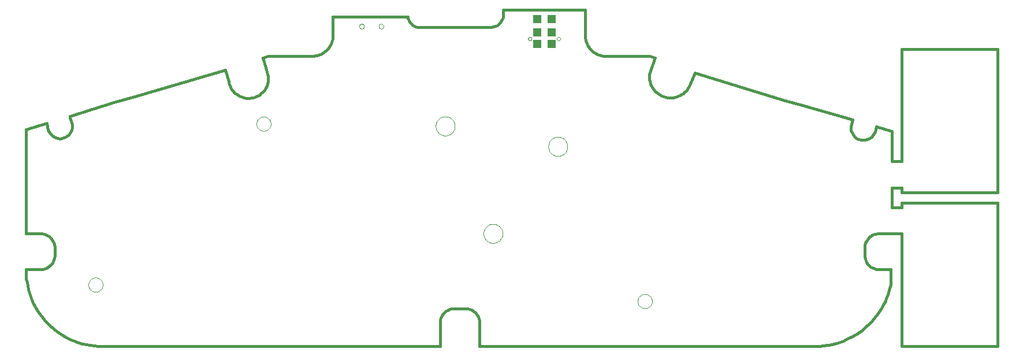
<source format=gbp>
G75*
G70*
%OFA0B0*%
%FSLAX24Y24*%
%IPPOS*%
%LPD*%
%AMOC8*
5,1,8,0,0,1.08239X$1,22.5*
%
%ADD10C,0.0000*%
%ADD11C,0.0160*%
%ADD12R,0.0472X0.0472*%
D10*
X004901Y004920D02*
X004903Y004960D01*
X004909Y005001D01*
X004919Y005040D01*
X004932Y005078D01*
X004950Y005115D01*
X004971Y005149D01*
X004995Y005182D01*
X005022Y005212D01*
X005052Y005239D01*
X005085Y005263D01*
X005119Y005284D01*
X005156Y005302D01*
X005194Y005315D01*
X005233Y005325D01*
X005274Y005331D01*
X005314Y005333D01*
X005354Y005331D01*
X005395Y005325D01*
X005434Y005315D01*
X005472Y005302D01*
X005509Y005284D01*
X005543Y005263D01*
X005576Y005239D01*
X005606Y005212D01*
X005633Y005182D01*
X005657Y005149D01*
X005678Y005115D01*
X005696Y005078D01*
X005709Y005040D01*
X005719Y005001D01*
X005725Y004960D01*
X005727Y004920D01*
X005725Y004880D01*
X005719Y004839D01*
X005709Y004800D01*
X005696Y004762D01*
X005678Y004725D01*
X005657Y004691D01*
X005633Y004658D01*
X005606Y004628D01*
X005576Y004601D01*
X005543Y004577D01*
X005509Y004556D01*
X005472Y004538D01*
X005434Y004525D01*
X005395Y004515D01*
X005354Y004509D01*
X005314Y004507D01*
X005274Y004509D01*
X005233Y004515D01*
X005194Y004525D01*
X005156Y004538D01*
X005119Y004556D01*
X005085Y004577D01*
X005052Y004601D01*
X005022Y004628D01*
X004995Y004658D01*
X004971Y004691D01*
X004950Y004725D01*
X004932Y004762D01*
X004919Y004800D01*
X004909Y004839D01*
X004903Y004880D01*
X004901Y004920D01*
X024940Y014074D02*
X024942Y014121D01*
X024948Y014167D01*
X024958Y014213D01*
X024971Y014258D01*
X024989Y014301D01*
X025010Y014343D01*
X025034Y014383D01*
X025062Y014420D01*
X025093Y014455D01*
X025127Y014488D01*
X025163Y014517D01*
X025202Y014543D01*
X025243Y014566D01*
X025286Y014585D01*
X025330Y014601D01*
X025375Y014613D01*
X025421Y014621D01*
X025468Y014625D01*
X025514Y014625D01*
X025561Y014621D01*
X025607Y014613D01*
X025652Y014601D01*
X025696Y014585D01*
X025739Y014566D01*
X025780Y014543D01*
X025819Y014517D01*
X025855Y014488D01*
X025889Y014455D01*
X025920Y014420D01*
X025948Y014383D01*
X025972Y014343D01*
X025993Y014301D01*
X026011Y014258D01*
X026024Y014213D01*
X026034Y014167D01*
X026040Y014121D01*
X026042Y014074D01*
X026040Y014027D01*
X026034Y013981D01*
X026024Y013935D01*
X026011Y013890D01*
X025993Y013847D01*
X025972Y013805D01*
X025948Y013765D01*
X025920Y013728D01*
X025889Y013693D01*
X025855Y013660D01*
X025819Y013631D01*
X025780Y013605D01*
X025739Y013582D01*
X025696Y013563D01*
X025652Y013547D01*
X025607Y013535D01*
X025561Y013527D01*
X025514Y013523D01*
X025468Y013523D01*
X025421Y013527D01*
X025375Y013535D01*
X025330Y013547D01*
X025286Y013563D01*
X025243Y013582D01*
X025202Y013605D01*
X025163Y013631D01*
X025127Y013660D01*
X025093Y013693D01*
X025062Y013728D01*
X025034Y013765D01*
X025010Y013805D01*
X024989Y013847D01*
X024971Y013890D01*
X024958Y013935D01*
X024948Y013981D01*
X024942Y014027D01*
X024940Y014074D01*
X031436Y012893D02*
X031438Y012940D01*
X031444Y012986D01*
X031454Y013032D01*
X031467Y013077D01*
X031485Y013120D01*
X031506Y013162D01*
X031530Y013202D01*
X031558Y013239D01*
X031589Y013274D01*
X031623Y013307D01*
X031659Y013336D01*
X031698Y013362D01*
X031739Y013385D01*
X031782Y013404D01*
X031826Y013420D01*
X031871Y013432D01*
X031917Y013440D01*
X031964Y013444D01*
X032010Y013444D01*
X032057Y013440D01*
X032103Y013432D01*
X032148Y013420D01*
X032192Y013404D01*
X032235Y013385D01*
X032276Y013362D01*
X032315Y013336D01*
X032351Y013307D01*
X032385Y013274D01*
X032416Y013239D01*
X032444Y013202D01*
X032468Y013162D01*
X032489Y013120D01*
X032507Y013077D01*
X032520Y013032D01*
X032530Y012986D01*
X032536Y012940D01*
X032538Y012893D01*
X032536Y012846D01*
X032530Y012800D01*
X032520Y012754D01*
X032507Y012709D01*
X032489Y012666D01*
X032468Y012624D01*
X032444Y012584D01*
X032416Y012547D01*
X032385Y012512D01*
X032351Y012479D01*
X032315Y012450D01*
X032276Y012424D01*
X032235Y012401D01*
X032192Y012382D01*
X032148Y012366D01*
X032103Y012354D01*
X032057Y012346D01*
X032010Y012342D01*
X031964Y012342D01*
X031917Y012346D01*
X031871Y012354D01*
X031826Y012366D01*
X031782Y012382D01*
X031739Y012401D01*
X031698Y012424D01*
X031659Y012450D01*
X031623Y012479D01*
X031589Y012512D01*
X031558Y012547D01*
X031530Y012584D01*
X031506Y012624D01*
X031485Y012666D01*
X031467Y012709D01*
X031454Y012754D01*
X031444Y012800D01*
X031438Y012846D01*
X031436Y012893D01*
X027696Y007873D02*
X027698Y007920D01*
X027704Y007966D01*
X027714Y008012D01*
X027727Y008057D01*
X027745Y008100D01*
X027766Y008142D01*
X027790Y008182D01*
X027818Y008219D01*
X027849Y008254D01*
X027883Y008287D01*
X027919Y008316D01*
X027958Y008342D01*
X027999Y008365D01*
X028042Y008384D01*
X028086Y008400D01*
X028131Y008412D01*
X028177Y008420D01*
X028224Y008424D01*
X028270Y008424D01*
X028317Y008420D01*
X028363Y008412D01*
X028408Y008400D01*
X028452Y008384D01*
X028495Y008365D01*
X028536Y008342D01*
X028575Y008316D01*
X028611Y008287D01*
X028645Y008254D01*
X028676Y008219D01*
X028704Y008182D01*
X028728Y008142D01*
X028749Y008100D01*
X028767Y008057D01*
X028780Y008012D01*
X028790Y007966D01*
X028796Y007920D01*
X028798Y007873D01*
X028796Y007826D01*
X028790Y007780D01*
X028780Y007734D01*
X028767Y007689D01*
X028749Y007646D01*
X028728Y007604D01*
X028704Y007564D01*
X028676Y007527D01*
X028645Y007492D01*
X028611Y007459D01*
X028575Y007430D01*
X028536Y007404D01*
X028495Y007381D01*
X028452Y007362D01*
X028408Y007346D01*
X028363Y007334D01*
X028317Y007326D01*
X028270Y007322D01*
X028224Y007322D01*
X028177Y007326D01*
X028131Y007334D01*
X028086Y007346D01*
X028042Y007362D01*
X027999Y007381D01*
X027958Y007404D01*
X027919Y007430D01*
X027883Y007459D01*
X027849Y007492D01*
X027818Y007527D01*
X027790Y007564D01*
X027766Y007604D01*
X027745Y007646D01*
X027727Y007689D01*
X027714Y007734D01*
X027704Y007780D01*
X027698Y007826D01*
X027696Y007873D01*
X036594Y003975D02*
X036596Y004015D01*
X036602Y004056D01*
X036612Y004095D01*
X036625Y004133D01*
X036643Y004170D01*
X036664Y004204D01*
X036688Y004237D01*
X036715Y004267D01*
X036745Y004294D01*
X036778Y004318D01*
X036812Y004339D01*
X036849Y004357D01*
X036887Y004370D01*
X036926Y004380D01*
X036967Y004386D01*
X037007Y004388D01*
X037047Y004386D01*
X037088Y004380D01*
X037127Y004370D01*
X037165Y004357D01*
X037202Y004339D01*
X037236Y004318D01*
X037269Y004294D01*
X037299Y004267D01*
X037326Y004237D01*
X037350Y004204D01*
X037371Y004170D01*
X037389Y004133D01*
X037402Y004095D01*
X037412Y004056D01*
X037418Y004015D01*
X037420Y003975D01*
X037418Y003935D01*
X037412Y003894D01*
X037402Y003855D01*
X037389Y003817D01*
X037371Y003780D01*
X037350Y003746D01*
X037326Y003713D01*
X037299Y003683D01*
X037269Y003656D01*
X037236Y003632D01*
X037202Y003611D01*
X037165Y003593D01*
X037127Y003580D01*
X037088Y003570D01*
X037047Y003564D01*
X037007Y003562D01*
X036967Y003564D01*
X036926Y003570D01*
X036887Y003580D01*
X036849Y003593D01*
X036812Y003611D01*
X036778Y003632D01*
X036745Y003656D01*
X036715Y003683D01*
X036688Y003713D01*
X036664Y003746D01*
X036643Y003780D01*
X036625Y003817D01*
X036612Y003855D01*
X036602Y003894D01*
X036596Y003935D01*
X036594Y003975D01*
X014596Y014201D02*
X014598Y014241D01*
X014604Y014282D01*
X014614Y014321D01*
X014627Y014359D01*
X014645Y014396D01*
X014666Y014430D01*
X014690Y014463D01*
X014717Y014493D01*
X014747Y014520D01*
X014780Y014544D01*
X014814Y014565D01*
X014851Y014583D01*
X014889Y014596D01*
X014928Y014606D01*
X014969Y014612D01*
X015009Y014614D01*
X015049Y014612D01*
X015090Y014606D01*
X015129Y014596D01*
X015167Y014583D01*
X015204Y014565D01*
X015238Y014544D01*
X015271Y014520D01*
X015301Y014493D01*
X015328Y014463D01*
X015352Y014430D01*
X015373Y014396D01*
X015391Y014359D01*
X015404Y014321D01*
X015414Y014282D01*
X015420Y014241D01*
X015422Y014201D01*
X015420Y014161D01*
X015414Y014120D01*
X015404Y014081D01*
X015391Y014043D01*
X015373Y014006D01*
X015352Y013972D01*
X015328Y013939D01*
X015301Y013909D01*
X015271Y013882D01*
X015238Y013858D01*
X015204Y013837D01*
X015167Y013819D01*
X015129Y013806D01*
X015090Y013796D01*
X015049Y013790D01*
X015009Y013788D01*
X014969Y013790D01*
X014928Y013796D01*
X014889Y013806D01*
X014851Y013819D01*
X014814Y013837D01*
X014780Y013858D01*
X014747Y013882D01*
X014717Y013909D01*
X014690Y013939D01*
X014666Y013972D01*
X014645Y014006D01*
X014627Y014043D01*
X014614Y014081D01*
X014604Y014120D01*
X014598Y014161D01*
X014596Y014201D01*
X020530Y019826D02*
X020532Y019849D01*
X020538Y019872D01*
X020548Y019893D01*
X020561Y019913D01*
X020577Y019930D01*
X020596Y019944D01*
X020617Y019954D01*
X020639Y019961D01*
X020662Y019964D01*
X020686Y019963D01*
X020708Y019958D01*
X020730Y019949D01*
X020750Y019937D01*
X020768Y019921D01*
X020782Y019903D01*
X020794Y019883D01*
X020802Y019861D01*
X020806Y019838D01*
X020806Y019814D01*
X020802Y019791D01*
X020794Y019769D01*
X020782Y019749D01*
X020768Y019731D01*
X020750Y019715D01*
X020730Y019703D01*
X020708Y019694D01*
X020686Y019689D01*
X020662Y019688D01*
X020639Y019691D01*
X020617Y019698D01*
X020596Y019708D01*
X020577Y019722D01*
X020561Y019739D01*
X020548Y019759D01*
X020538Y019780D01*
X020532Y019803D01*
X020530Y019826D01*
X021652Y019826D02*
X021654Y019849D01*
X021660Y019872D01*
X021670Y019893D01*
X021683Y019913D01*
X021699Y019930D01*
X021718Y019944D01*
X021739Y019954D01*
X021761Y019961D01*
X021784Y019964D01*
X021808Y019963D01*
X021830Y019958D01*
X021852Y019949D01*
X021872Y019937D01*
X021890Y019921D01*
X021904Y019903D01*
X021916Y019883D01*
X021924Y019861D01*
X021928Y019838D01*
X021928Y019814D01*
X021924Y019791D01*
X021916Y019769D01*
X021904Y019749D01*
X021890Y019731D01*
X021872Y019715D01*
X021852Y019703D01*
X021830Y019694D01*
X021808Y019689D01*
X021784Y019688D01*
X021761Y019691D01*
X021739Y019698D01*
X021718Y019708D01*
X021699Y019722D01*
X021683Y019739D01*
X021670Y019759D01*
X021660Y019780D01*
X021654Y019803D01*
X021652Y019826D01*
X030275Y019109D02*
X030277Y019128D01*
X030282Y019147D01*
X030292Y019163D01*
X030304Y019178D01*
X030319Y019190D01*
X030335Y019200D01*
X030354Y019205D01*
X030373Y019207D01*
X030392Y019205D01*
X030411Y019200D01*
X030427Y019190D01*
X030442Y019178D01*
X030454Y019163D01*
X030464Y019147D01*
X030469Y019128D01*
X030471Y019109D01*
X030469Y019090D01*
X030464Y019071D01*
X030454Y019055D01*
X030442Y019040D01*
X030427Y019028D01*
X030411Y019018D01*
X030392Y019013D01*
X030373Y019011D01*
X030354Y019013D01*
X030335Y019018D01*
X030319Y019028D01*
X030304Y019040D01*
X030292Y019055D01*
X030282Y019071D01*
X030277Y019090D01*
X030275Y019109D01*
X031929Y019109D02*
X031931Y019128D01*
X031936Y019147D01*
X031946Y019163D01*
X031958Y019178D01*
X031973Y019190D01*
X031989Y019200D01*
X032008Y019205D01*
X032027Y019207D01*
X032046Y019205D01*
X032065Y019200D01*
X032081Y019190D01*
X032096Y019178D01*
X032108Y019163D01*
X032118Y019147D01*
X032123Y019128D01*
X032125Y019109D01*
X032123Y019090D01*
X032118Y019071D01*
X032108Y019055D01*
X032096Y019040D01*
X032081Y019028D01*
X032065Y019018D01*
X032046Y019013D01*
X032027Y019011D01*
X032008Y019013D01*
X031989Y019018D01*
X031973Y019028D01*
X031958Y019040D01*
X031946Y019055D01*
X031936Y019071D01*
X031931Y019090D01*
X031929Y019109D01*
D11*
X003900Y001750D02*
X003710Y001840D01*
X003550Y001920D01*
X003350Y002040D01*
X003110Y002200D01*
X002880Y002380D01*
X002660Y002570D01*
X002550Y002680D01*
X002400Y002840D01*
X002280Y002980D01*
X002180Y003110D01*
X002060Y003270D01*
X001960Y003420D01*
X001830Y003650D01*
X001710Y003870D01*
X001640Y004030D01*
X001520Y004350D01*
X001430Y004660D01*
X001380Y004870D01*
X001350Y005040D01*
X001310Y005290D01*
X001280Y005800D01*
X002120Y005810D01*
X002210Y005810D01*
X002260Y005820D01*
X002350Y005840D01*
X002460Y005880D01*
X002560Y005930D01*
X002660Y006000D01*
X002750Y006100D01*
X002820Y006190D01*
X002870Y006280D01*
X002900Y006340D01*
X002940Y006470D01*
X002950Y006590D01*
X002950Y007100D01*
X002930Y007230D01*
X002920Y007270D01*
X002870Y007410D01*
X002720Y007620D01*
X002620Y007710D01*
X002490Y007790D01*
X002370Y007840D01*
X002190Y007870D01*
X001280Y007870D01*
X001280Y013880D01*
X002490Y014240D01*
X002570Y013850D01*
X002680Y013640D01*
X002830Y013500D01*
X002940Y013430D01*
X003110Y013370D01*
X003260Y013360D01*
X003480Y013400D01*
X003640Y013480D01*
X003760Y013570D01*
X003850Y013700D01*
X003920Y013830D01*
X003960Y014020D01*
X003950Y014160D01*
X003930Y014280D01*
X003840Y014550D01*
X003820Y014660D01*
X006460Y015470D01*
X006600Y015510D01*
X007560Y015790D01*
X012780Y017320D01*
X012980Y016640D01*
X013000Y016570D01*
X013020Y016490D01*
X013050Y016410D01*
X013140Y016230D01*
X013170Y016190D01*
X013220Y016120D01*
X013260Y016070D01*
X013340Y015990D01*
X013400Y015940D01*
X013450Y015900D01*
X013560Y015830D01*
X013610Y015800D01*
X013690Y015770D01*
X013790Y015730D01*
X013860Y015710D01*
X013910Y015700D01*
X013980Y015690D01*
X014020Y015690D01*
X014160Y015680D01*
X014320Y015700D01*
X014410Y015720D01*
X014490Y015740D01*
X014570Y015770D01*
X014720Y015850D01*
X014790Y015890D01*
X014840Y015930D01*
X014960Y016040D01*
X015050Y016150D01*
X015130Y016280D01*
X015180Y016370D01*
X015230Y016520D01*
X015260Y016650D01*
X015270Y016740D01*
X015270Y016950D01*
X015130Y017430D01*
X014960Y018010D01*
X015260Y018110D01*
X017860Y018110D01*
X018060Y018130D01*
X018190Y018170D01*
X018350Y018230D01*
X018510Y018330D01*
X018630Y018430D01*
X018720Y018530D01*
X018810Y018650D01*
X018900Y018820D01*
X018960Y019000D01*
X018990Y019110D01*
X019000Y019160D01*
X019000Y020376D01*
X023320Y020376D01*
X023340Y020282D01*
X023350Y020260D01*
X023400Y020130D01*
X023460Y020040D01*
X023550Y019940D01*
X023630Y019880D01*
X023750Y019820D01*
X023860Y019790D01*
X023940Y019780D01*
X028140Y019780D01*
X028270Y019800D01*
X028390Y019840D01*
X028490Y019890D01*
X028570Y019950D01*
X028670Y020050D01*
X028710Y020100D01*
X028770Y020210D01*
X028800Y020290D01*
X028820Y020350D01*
X028830Y020410D01*
X028840Y020770D01*
X033560Y020770D01*
X033560Y019200D01*
X033600Y018980D01*
X033650Y018850D01*
X033690Y018760D01*
X033750Y018660D01*
X033820Y018560D01*
X033930Y018440D01*
X034020Y018360D01*
X034160Y018270D01*
X034270Y018210D01*
X034370Y018170D01*
X034480Y018140D01*
X034580Y018120D01*
X034750Y018110D01*
X037310Y018110D01*
X037600Y018010D01*
X037290Y017190D01*
X037270Y017060D01*
X037260Y016910D01*
X037270Y016790D01*
X037300Y016630D01*
X037330Y016540D01*
X037340Y016490D01*
X037390Y016390D01*
X037490Y016220D01*
X037610Y016070D01*
X037690Y016000D01*
X037830Y015900D01*
X037980Y015810D01*
X038190Y015750D01*
X038330Y015720D01*
X038400Y015710D01*
X038520Y015710D01*
X038630Y015720D01*
X038750Y015740D01*
X038860Y015770D01*
X038940Y015800D01*
X039030Y015840D01*
X039130Y015900D01*
X039220Y015960D01*
X039300Y016030D01*
X039370Y016090D01*
X039430Y016160D01*
X039470Y016210D01*
X039570Y016370D01*
X039600Y016440D01*
X039880Y017130D01*
X045080Y015560D01*
X046090Y015270D01*
X048980Y014450D01*
X048890Y014030D01*
X048910Y013810D01*
X048980Y013640D01*
X049080Y013490D01*
X049200Y013390D01*
X049320Y013320D01*
X049490Y013270D01*
X049700Y013270D01*
X049920Y013330D01*
X050090Y013450D01*
X050170Y013540D01*
X050280Y013730D01*
X050360Y014050D01*
X051270Y013780D01*
X051270Y012040D01*
X051840Y012040D01*
X051840Y018508D01*
X057352Y018508D01*
X057352Y010240D01*
X051840Y010240D01*
X051840Y010520D01*
X051270Y010520D01*
X051270Y009370D01*
X051840Y009370D01*
X051840Y009648D01*
X057352Y009648D01*
X057352Y001380D01*
X051840Y001380D01*
X051840Y007870D01*
X050430Y007870D01*
X050340Y007860D01*
X050260Y007840D01*
X050170Y007810D01*
X050050Y007740D01*
X049960Y007670D01*
X049880Y007590D01*
X049800Y007460D01*
X049740Y007330D01*
X049710Y007210D01*
X049700Y006550D01*
X049720Y006410D01*
X049800Y006210D01*
X049870Y006100D01*
X050030Y005960D01*
X050120Y005900D01*
X050290Y005830D01*
X050370Y005810D01*
X051200Y005810D01*
X051200Y005080D01*
X051180Y004900D01*
X051140Y004730D01*
X051020Y004340D01*
X050940Y004130D01*
X050880Y003990D01*
X050770Y003770D01*
X050620Y003510D01*
X050470Y003280D01*
X050090Y002810D01*
X049970Y002690D01*
X049770Y002500D01*
X049620Y002370D01*
X049520Y002290D01*
X049340Y002160D01*
X049230Y002090D01*
X049100Y002010D01*
X048980Y001940D01*
X048770Y001830D01*
X048640Y001770D01*
X048460Y001690D01*
X048260Y001620D01*
X048070Y001560D01*
X047810Y001490D01*
X047600Y001450D01*
X047270Y001400D01*
X047120Y001390D01*
X046940Y001380D01*
X027460Y001380D01*
X027460Y002840D01*
X027420Y002990D01*
X027390Y003070D01*
X027340Y003170D01*
X027220Y003320D01*
X027110Y003410D01*
X027000Y003470D01*
X026880Y003510D01*
X026810Y003530D01*
X026740Y003540D01*
X025940Y003540D01*
X025820Y003530D01*
X025730Y003500D01*
X025630Y003460D01*
X025540Y003410D01*
X025460Y003350D01*
X025370Y003250D01*
X025290Y003140D01*
X025260Y003070D01*
X025240Y003020D01*
X025210Y002900D01*
X025190Y002810D01*
X025190Y001380D01*
X005470Y001380D01*
X005240Y001400D01*
X005000Y001430D01*
X004560Y001520D01*
X004320Y001590D01*
X004100Y001670D01*
X003900Y001750D01*
D12*
X030787Y018810D03*
X031613Y018810D03*
X031613Y019490D03*
X030787Y019490D03*
X030786Y020244D03*
X031613Y020244D03*
M02*

</source>
